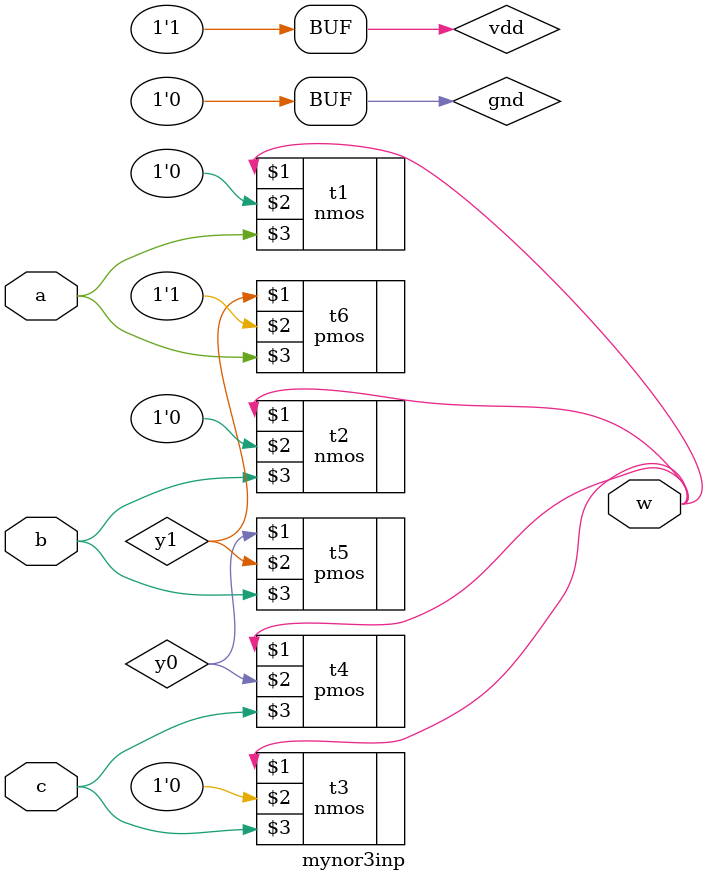
<source format=v>
`timescale 1ns/1ns

module mynor3inp(input a , b , c , output w);
	supply1 vdd;
	supply0 gnd;
	wire y0 , y1;
	nmos #(3, 4, 5) t1(w, gnd, a) , t2(w, gnd, b) , t3(w, gnd, c);
	pmos #(5, 6, 7) t4(w, y0, c) , t5(y0, y1, b) , t6(y1, vdd, a);
endmodule

</source>
